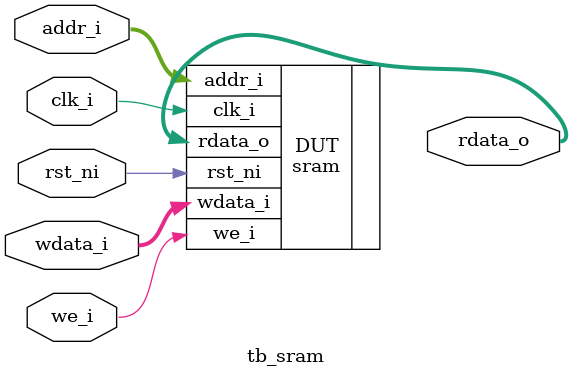
<source format=sv>
module tb_sram #(
    // --- Parameters for this test instance ---
    parameter int unsigned DATA_WIDTH = 32,
    parameter int unsigned ADDR_WIDTH = 8
) (
    // These ports will be directly accessible from the C++ testbench
    input logic clk_i,
    input logic rst_ni,
    input logic we_i,
    input logic [ADDR_WIDTH-1:0] addr_i,  // Corresponds to ADDR_WIDTH=8
    input logic [DATA_WIDTH-1:0] wdata_i,  // Corresponds to DATA_WIDTH=32
    output logic [DATA_WIDTH-1:0] rdata_o  // Corresponds to DATA_WIDTH=32
);

  // --- Instantiate the SRAM module (Device Under Test) ---
  sram #(
      .DATA_WIDTH(DATA_WIDTH),
      .ADDR_WIDTH(ADDR_WIDTH)
  ) DUT (
      // Connect the DUT's ports directly to the testbench's ports
      .clk_i,
      .rst_ni,
      .we_i,
      .addr_i,
      .wdata_i,
      .rdata_o
  );

endmodule

</source>
